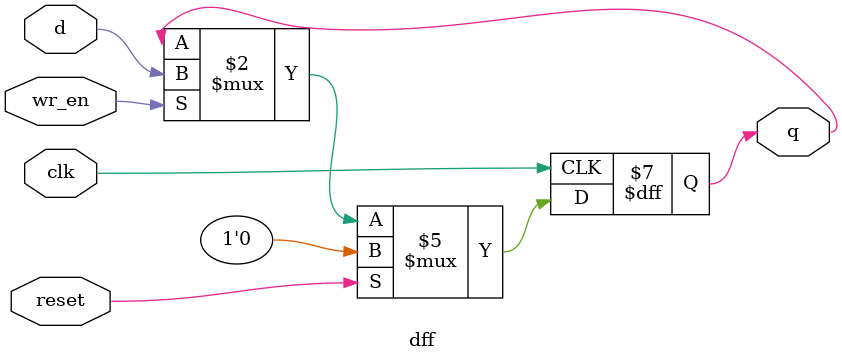
<source format=v>
module dff (clk, d, wr_en, reset, q);
    input clk;
    input d;
	input wr_en;
	input reset;
    output reg q;
    
    always @(negedge clk)
      begin
			if(reset) begin
			q <= 1'b0;
			end
		 else if (wr_en) begin
         q <= d;
			end
      end
      
endmodule 
          
    
    

</source>
